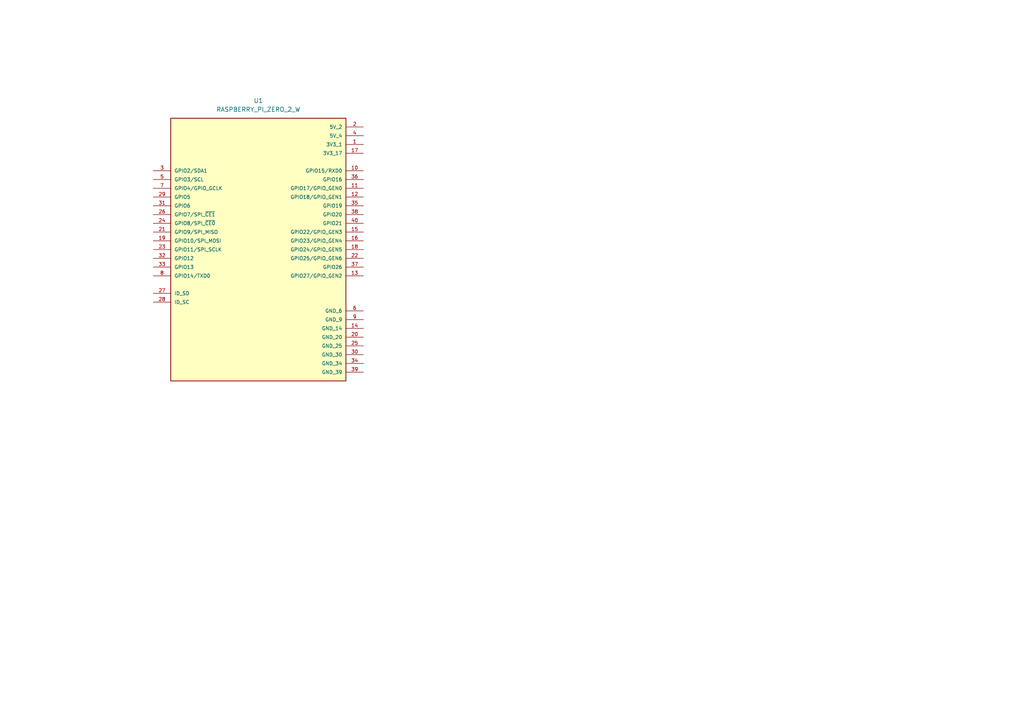
<source format=kicad_sch>
(kicad_sch (version 20250114) (generator "eeschema") (generator_version "9.0")
  (paper "A4")
  (lib_symbols
    (symbol "RASPBERRY_PI_ZERO_2_W:RASPBERRY_PI_ZERO_2_W" (pin_names (offset 1.016))
      (property "Reference" "U" (at -25.42 39.3962 0))
      (property "Value" "RASPBERRY_PI_ZERO_2_W" (at -25.4191 -40.6687 0))
      (symbol "RASPBERRY_PI_ZERO_2_W_0_0"
        (rectangle (start -25.4 -38.1) (end 25.4 38.1) (stroke (width 0.254)) (fill (type background)))
        (pin bidirectional line (at -30.48 22.86 0) (length 5.08) (name "GPIO2/SDA1") (number "3"))
        (pin bidirectional line (at -30.48 20.32 0) (length 5.08) (name "GPIO3/SCL") (number "5"))
        (pin bidirectional line (at -30.48 17.78 0) (length 5.08) (name "GPIO4/GPIO_GCLK") (number "7"))
        (pin bidirectional line (at -30.48 15.24 0) (length 5.08) (name "GPIO5") (number "29"))
        (pin bidirectional line (at -30.48 12.7 0) (length 5.08) (name "GPIO6") (number "31"))
        (pin bidirectional line (at -30.48 10.16 0) (length 5.08) (name "GPIO7/SPI_~{CE1}") (number "26"))
        (pin bidirectional line (at -30.48 7.62 0) (length 5.08) (name "GPIO8/SPI_~{CE0}") (number "24"))
        (pin bidirectional line (at -30.48 5.08 0) (length 5.08) (name "GPIO9/SPI_MISO") (number "21"))
        (pin bidirectional line (at -30.48 2.54 0) (length 5.08) (name "GPIO10/SPI_MOSI") (number "19"))
        (pin bidirectional line (at -30.48 0 0) (length 5.08) (name "GPIO11/SPI_SCLK") (number "23"))
        (pin bidirectional line (at -30.48 -2.54 0) (length 5.08) (name "GPIO12") (number "32"))
        (pin bidirectional line (at -30.48 -5.08 0) (length 5.08) (name "GPIO13") (number "33"))
        (pin bidirectional line (at -30.48 -7.62 0) (length 5.08) (name "GPIO14/TXD0") (number "8"))
        (pin bidirectional line (at -30.48 -12.7 0) (length 5.08) (name "ID_SD") (number "27"))
        (pin bidirectional line (at -30.48 -15.24 0) (length 5.08) (name "ID_SC") (number "28"))
        (pin power_in line (at 30.48 35.56 180) (length 5.08) (name "5V_2") (number "2"))
        (pin power_in line (at 30.48 33.02 180) (length 5.08) (name "5V_4") (number "4"))
        (pin power_in line (at 30.48 30.48 180) (length 5.08) (name "3V3_1") (number "1"))
        (pin power_in line (at 30.48 27.94 180) (length 5.08) (name "3V3_17") (number "17"))
        (pin bidirectional line (at 30.48 22.86 180) (length 5.08) (name "GPIO15/RXD0") (number "10"))
        (pin bidirectional line (at 30.48 20.32 180) (length 5.08) (name "GPIO16") (number "36"))
        (pin bidirectional line (at 30.48 17.78 180) (length 5.08) (name "GPIO17/GPIO_GEN0") (number "11"))
        (pin bidirectional line (at 30.48 15.24 180) (length 5.08) (name "GPIO18/GPIO_GEN1") (number "12"))
        (pin bidirectional line (at 30.48 12.7 180) (length 5.08) (name "GPIO19") (number "35"))
        (pin bidirectional line (at 30.48 10.16 180) (length 5.08) (name "GPIO20") (number "38"))
        (pin bidirectional line (at 30.48 7.62 180) (length 5.08) (name "GPIO21") (number "40"))
        (pin bidirectional line (at 30.48 5.08 180) (length 5.08) (name "GPIO22/GPIO_GEN3") (number "15"))
        (pin bidirectional line (at 30.48 2.54 180) (length 5.08) (name "GPIO23/GPIO_GEN4") (number "16"))
        (pin bidirectional line (at 30.48 0 180) (length 5.08) (name "GPIO24/GPIO_GEN5") (number "18"))
        (pin bidirectional line (at 30.48 -2.54 180) (length 5.08) (name "GPIO25/GPIO_GEN6") (number "22"))
        (pin bidirectional line (at 30.48 -5.08 180) (length 5.08) (name "GPIO26") (number "37"))
        (pin bidirectional line (at 30.48 -7.62 180) (length 5.08) (name "GPIO27/GPIO_GEN2") (number "13"))
        (pin power_in line (at 30.48 -17.78 180) (length 5.08) (name "GND_6") (number "6"))
        (pin power_in line (at 30.48 -20.32 180) (length 5.08) (name "GND_9") (number "9"))
        (pin power_in line (at 30.48 -22.86 180) (length 5.08) (name "GND_14") (number "14"))
        (pin power_in line (at 30.48 -25.4 180) (length 5.08) (name "GND_20") (number "20"))
        (pin power_in line (at 30.48 -27.94 180) (length 5.08) (name "GND_25") (number "25"))
        (pin power_in line (at 30.48 -30.48 180) (length 5.08) (name "GND_30") (number "30"))
        (pin power_in line (at 30.48 -33.02 180) (length 5.08) (name "GND_34") (number "34"))
        (pin power_in line (at 30.48 -35.56 180) (length 5.08) (name "GND_39") (number "39"))
      )
    )
  )
  (symbol (lib_id "RASPBERRY_PI_ZERO_2_W:RASPBERRY_PI_ZERO_2_W") (at 74.93 72.39 0) (unit 1)
    (property "Reference" "U1" (at 74.93 29.21 0))
    (property "Value" "RASPBERRY_PI_ZERO_2_W" (at 74.93 31.75 0))
    (property "Footprint" "RASPBERRY_PI_ZERO_2_W:MODULE_RASPBERRY_PI_ZERO_2_W" (effects (hide yes)))
    (property "MF" "Raspberry Pi" (effects (hide yes)))
    (property "Description_1" "At the heart of Raspberry Pi Zero 2 W is RP3A0, a custom-built system-in-package designed by Raspberry Pi in the UK." (effects (hide yes)))
    (property "Package" "None" (effects (hide yes)))
    (property "Price" "None" (effects (hide yes)))
    (property "Check_prices" "https://www.snapeda.com/parts/RASPBERRY%20PI%20ZERO%202%20W/Raspberry+Pi/view-part/?ref=eda" (effects (hide yes)))
    (property "STANDARD" "Manufacturer Recommendations" (effects (hide yes)))
    (property "PARTREV" "April 2024" (effects (hide yes)))
    (property "SnapEDA_Link" "https://www.snapeda.com/parts/RASPBERRY%20PI%20ZERO%202%20W/Raspberry+Pi/view-part/?ref=snap" (effects (hide yes)))
    (property "MP" "RASPBERRY PI ZERO 2 W" (effects (hide yes)))
    (property "Availability" "In Stock" (effects (hide yes)))
    (property "MANUFACTURER" "Raspberry Pi" (effects (hide yes)))
  )
)
</source>
